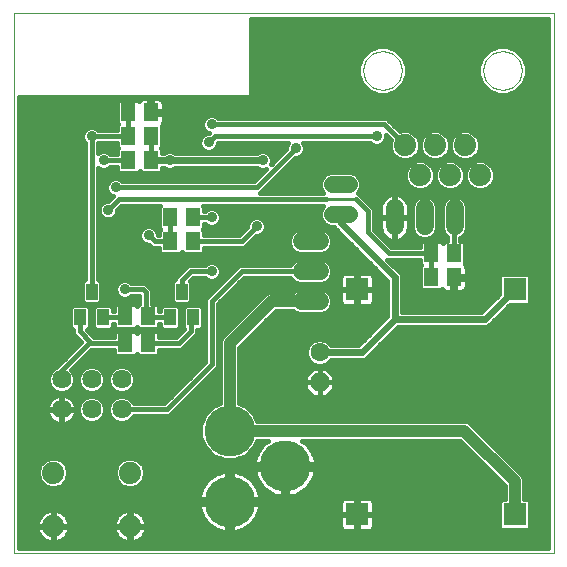
<source format=gbl>
G75*
G70*
%OFA0B0*%
%FSLAX24Y24*%
%IPPOS*%
%LPD*%
%AMOC8*
5,1,8,0,0,1.08239X$1,22.5*
%
%ADD10C,0.0000*%
%ADD11C,0.0740*%
%ADD12R,0.0760X0.0760*%
%ADD13OC8,0.0630*%
%ADD14C,0.0630*%
%ADD15C,0.1700*%
%ADD16R,0.0394X0.0551*%
%ADD17R,0.0512X0.0591*%
%ADD18C,0.0560*%
%ADD19C,0.0600*%
%ADD20C,0.0640*%
%ADD21C,0.0160*%
%ADD22C,0.1660*%
%ADD23C,0.0356*%
%ADD24C,0.0240*%
%ADD25C,0.0100*%
%ADD26C,0.0400*%
D10*
X000280Y001800D02*
X000280Y019800D01*
X018280Y019800D01*
X018280Y001800D01*
X000280Y001800D01*
X011940Y017900D02*
X011942Y017950D01*
X011948Y018000D01*
X011958Y018049D01*
X011971Y018098D01*
X011989Y018145D01*
X012010Y018191D01*
X012034Y018234D01*
X012062Y018276D01*
X012093Y018316D01*
X012127Y018353D01*
X012164Y018387D01*
X012204Y018418D01*
X012246Y018446D01*
X012289Y018470D01*
X012335Y018491D01*
X012382Y018509D01*
X012431Y018522D01*
X012480Y018532D01*
X012530Y018538D01*
X012580Y018540D01*
X012630Y018538D01*
X012680Y018532D01*
X012729Y018522D01*
X012778Y018509D01*
X012825Y018491D01*
X012871Y018470D01*
X012914Y018446D01*
X012956Y018418D01*
X012996Y018387D01*
X013033Y018353D01*
X013067Y018316D01*
X013098Y018276D01*
X013126Y018234D01*
X013150Y018191D01*
X013171Y018145D01*
X013189Y018098D01*
X013202Y018049D01*
X013212Y018000D01*
X013218Y017950D01*
X013220Y017900D01*
X013218Y017850D01*
X013212Y017800D01*
X013202Y017751D01*
X013189Y017702D01*
X013171Y017655D01*
X013150Y017609D01*
X013126Y017566D01*
X013098Y017524D01*
X013067Y017484D01*
X013033Y017447D01*
X012996Y017413D01*
X012956Y017382D01*
X012914Y017354D01*
X012871Y017330D01*
X012825Y017309D01*
X012778Y017291D01*
X012729Y017278D01*
X012680Y017268D01*
X012630Y017262D01*
X012580Y017260D01*
X012530Y017262D01*
X012480Y017268D01*
X012431Y017278D01*
X012382Y017291D01*
X012335Y017309D01*
X012289Y017330D01*
X012246Y017354D01*
X012204Y017382D01*
X012164Y017413D01*
X012127Y017447D01*
X012093Y017484D01*
X012062Y017524D01*
X012034Y017566D01*
X012010Y017609D01*
X011989Y017655D01*
X011971Y017702D01*
X011958Y017751D01*
X011948Y017800D01*
X011942Y017850D01*
X011940Y017900D01*
X015940Y017900D02*
X015942Y017950D01*
X015948Y018000D01*
X015958Y018049D01*
X015971Y018098D01*
X015989Y018145D01*
X016010Y018191D01*
X016034Y018234D01*
X016062Y018276D01*
X016093Y018316D01*
X016127Y018353D01*
X016164Y018387D01*
X016204Y018418D01*
X016246Y018446D01*
X016289Y018470D01*
X016335Y018491D01*
X016382Y018509D01*
X016431Y018522D01*
X016480Y018532D01*
X016530Y018538D01*
X016580Y018540D01*
X016630Y018538D01*
X016680Y018532D01*
X016729Y018522D01*
X016778Y018509D01*
X016825Y018491D01*
X016871Y018470D01*
X016914Y018446D01*
X016956Y018418D01*
X016996Y018387D01*
X017033Y018353D01*
X017067Y018316D01*
X017098Y018276D01*
X017126Y018234D01*
X017150Y018191D01*
X017171Y018145D01*
X017189Y018098D01*
X017202Y018049D01*
X017212Y018000D01*
X017218Y017950D01*
X017220Y017900D01*
X017218Y017850D01*
X017212Y017800D01*
X017202Y017751D01*
X017189Y017702D01*
X017171Y017655D01*
X017150Y017609D01*
X017126Y017566D01*
X017098Y017524D01*
X017067Y017484D01*
X017033Y017447D01*
X016996Y017413D01*
X016956Y017382D01*
X016914Y017354D01*
X016871Y017330D01*
X016825Y017309D01*
X016778Y017291D01*
X016729Y017278D01*
X016680Y017268D01*
X016630Y017262D01*
X016580Y017260D01*
X016530Y017262D01*
X016480Y017268D01*
X016431Y017278D01*
X016382Y017291D01*
X016335Y017309D01*
X016289Y017330D01*
X016246Y017354D01*
X016204Y017382D01*
X016164Y017413D01*
X016127Y017447D01*
X016093Y017484D01*
X016062Y017524D01*
X016034Y017566D01*
X016010Y017609D01*
X015989Y017655D01*
X015971Y017702D01*
X015958Y017751D01*
X015948Y017800D01*
X015942Y017850D01*
X015940Y017900D01*
D11*
X015330Y015400D03*
X014330Y015400D03*
X013830Y014400D03*
X014830Y014400D03*
X015830Y014400D03*
X013330Y015400D03*
X004160Y004490D03*
X004160Y002710D03*
X001600Y002710D03*
X001600Y004490D03*
D12*
X011730Y003100D03*
X016980Y003100D03*
X016980Y010600D03*
X011730Y010600D03*
D13*
X010480Y007500D03*
D14*
X010480Y008500D03*
D15*
X007480Y005894D03*
X009330Y004713D03*
X007480Y003531D03*
D16*
X006254Y009667D03*
X005506Y009667D03*
X005880Y010533D03*
X003254Y009667D03*
X002506Y009667D03*
X002880Y010533D03*
D17*
X004006Y009700D03*
X004754Y009700D03*
X004754Y008800D03*
X004006Y008800D03*
X005506Y012200D03*
X006254Y012200D03*
X006254Y013000D03*
X005506Y013000D03*
X004854Y014900D03*
X004854Y015700D03*
X004106Y015700D03*
X004106Y014900D03*
X004106Y016500D03*
X004854Y016500D03*
X014206Y011800D03*
X014954Y011800D03*
X014954Y011000D03*
X014206Y011000D03*
D18*
X011460Y013100D02*
X010900Y013100D01*
X010900Y014100D02*
X011460Y014100D01*
D19*
X012980Y013300D02*
X012980Y012700D01*
X013980Y012700D02*
X013980Y013300D01*
X014980Y013300D02*
X014980Y012700D01*
X010480Y012200D02*
X009880Y012200D01*
X009880Y011200D02*
X010480Y011200D01*
X010480Y010200D02*
X009880Y010200D01*
D20*
X003880Y007600D03*
X003880Y006600D03*
X002880Y006600D03*
X002880Y007600D03*
X001880Y007600D03*
X001880Y006600D03*
D21*
X001889Y006609D02*
X001871Y006609D01*
X001871Y007100D01*
X001841Y007100D01*
X001763Y007088D01*
X001688Y007063D01*
X001618Y007028D01*
X001554Y006981D01*
X001499Y006926D01*
X001452Y006862D01*
X001417Y006792D01*
X001392Y006717D01*
X001380Y006639D01*
X001380Y006609D01*
X001871Y006609D01*
X001871Y006591D01*
X001380Y006591D01*
X001380Y006561D01*
X001392Y006483D01*
X001417Y006408D01*
X001452Y006338D01*
X001499Y006274D01*
X001554Y006219D01*
X001618Y006172D01*
X001688Y006137D01*
X001763Y006112D01*
X001841Y006100D01*
X001871Y006100D01*
X001871Y006591D01*
X001889Y006591D01*
X001889Y006609D01*
X001889Y007100D01*
X001919Y007100D01*
X001997Y007088D01*
X002072Y007063D01*
X002142Y007028D01*
X002206Y006981D01*
X002261Y006926D01*
X002308Y006862D01*
X002343Y006792D01*
X002368Y006717D01*
X002380Y006639D01*
X002380Y006609D01*
X001889Y006609D01*
X001889Y006591D02*
X002380Y006591D01*
X002380Y006561D01*
X002368Y006483D01*
X002343Y006408D01*
X002308Y006338D01*
X002261Y006274D01*
X002206Y006219D01*
X002142Y006172D01*
X002072Y006137D01*
X001997Y006112D01*
X001919Y006100D01*
X001889Y006100D01*
X001889Y006591D01*
X001889Y006555D02*
X001871Y006555D01*
X001871Y006397D02*
X001889Y006397D01*
X001889Y006238D02*
X001871Y006238D01*
X002225Y006238D02*
X002606Y006238D01*
X002625Y006219D02*
X002790Y006150D01*
X002970Y006150D01*
X003135Y006219D01*
X003261Y006345D01*
X003330Y006510D01*
X003330Y006690D01*
X003261Y006855D01*
X003135Y006981D01*
X002970Y007050D01*
X002790Y007050D01*
X002625Y006981D01*
X002499Y006855D01*
X002430Y006690D01*
X002430Y006510D01*
X002499Y006345D01*
X002625Y006219D01*
X002477Y006397D02*
X002337Y006397D01*
X002379Y006555D02*
X002430Y006555D01*
X002440Y006714D02*
X002368Y006714D01*
X002300Y006872D02*
X002516Y006872D01*
X002743Y007031D02*
X002136Y007031D01*
X002064Y007189D02*
X002696Y007189D01*
X002625Y007219D02*
X002790Y007150D01*
X002970Y007150D01*
X003135Y007219D01*
X003261Y007345D01*
X003330Y007510D01*
X003330Y007690D01*
X003261Y007855D01*
X003135Y007981D01*
X002970Y008050D01*
X002790Y008050D01*
X002625Y007981D01*
X002499Y007855D01*
X002430Y007690D01*
X002430Y007510D01*
X002499Y007345D01*
X002625Y007219D01*
X002498Y007348D02*
X002262Y007348D01*
X002261Y007345D02*
X002330Y007510D01*
X002330Y007690D01*
X002261Y007855D01*
X002197Y007920D01*
X002867Y008590D01*
X003620Y008590D01*
X003620Y008451D01*
X003696Y008375D01*
X004316Y008375D01*
X004380Y008439D01*
X004444Y008375D01*
X005064Y008375D01*
X005140Y008451D01*
X005140Y008590D01*
X005867Y008590D01*
X006267Y008990D01*
X006390Y009113D01*
X006390Y009261D01*
X006505Y009261D01*
X006581Y009337D01*
X006581Y009996D01*
X006505Y010073D01*
X006003Y010073D01*
X005927Y009996D01*
X005927Y009337D01*
X005970Y009295D01*
X005970Y009287D01*
X005693Y009010D01*
X005140Y009010D01*
X005140Y009149D01*
X005064Y009225D01*
X004444Y009225D01*
X004380Y009161D01*
X004316Y009225D01*
X003696Y009225D01*
X003620Y009149D01*
X003620Y009010D01*
X002967Y009010D01*
X002917Y009060D01*
X002716Y009261D01*
X002757Y009261D01*
X002833Y009337D01*
X002833Y009996D01*
X002757Y010073D01*
X002255Y010073D01*
X002179Y009996D01*
X002179Y009337D01*
X002255Y009261D01*
X002270Y009261D01*
X002270Y009113D01*
X002393Y008990D01*
X002533Y008850D01*
X001692Y008009D01*
X001625Y007981D01*
X001499Y007855D01*
X001430Y007690D01*
X001430Y007510D01*
X001499Y007345D01*
X001625Y007219D01*
X001790Y007150D01*
X001970Y007150D01*
X002135Y007219D01*
X002261Y007345D01*
X002328Y007506D02*
X002432Y007506D01*
X002430Y007665D02*
X002330Y007665D01*
X002275Y007823D02*
X002485Y007823D01*
X002625Y007982D02*
X002258Y007982D01*
X002417Y008140D02*
X006623Y008140D01*
X006670Y008187D02*
X005293Y006810D01*
X004280Y006810D01*
X004261Y006855D01*
X004135Y006981D01*
X003970Y007050D01*
X003790Y007050D01*
X003625Y006981D01*
X003499Y006855D01*
X003430Y006690D01*
X003430Y006510D01*
X003499Y006345D01*
X003625Y006219D01*
X003790Y006150D01*
X003970Y006150D01*
X004135Y006219D01*
X004261Y006345D01*
X004280Y006390D01*
X005467Y006390D01*
X006967Y007890D01*
X007090Y008013D01*
X007090Y010113D01*
X007967Y010990D01*
X009502Y010990D01*
X009515Y010956D01*
X009636Y010835D01*
X009794Y010770D01*
X010566Y010770D01*
X010724Y010835D01*
X010845Y010956D01*
X010910Y011114D01*
X010910Y011286D01*
X010845Y011444D01*
X010724Y011565D01*
X010566Y011630D01*
X009794Y011630D01*
X009636Y011565D01*
X009515Y011444D01*
X009502Y011410D01*
X007793Y011410D01*
X007670Y011287D01*
X006670Y010287D01*
X006670Y008187D01*
X006670Y008299D02*
X002575Y008299D01*
X002734Y008457D02*
X003620Y008457D01*
X003790Y008050D02*
X003625Y007981D01*
X003499Y007855D01*
X003430Y007690D01*
X003430Y007510D01*
X003499Y007345D01*
X003625Y007219D01*
X003790Y007150D01*
X003970Y007150D01*
X004135Y007219D01*
X004261Y007345D01*
X004330Y007510D01*
X004330Y007690D01*
X004261Y007855D01*
X004135Y007981D01*
X003970Y008050D01*
X003790Y008050D01*
X003625Y007982D02*
X003135Y007982D01*
X003275Y007823D02*
X003485Y007823D01*
X003430Y007665D02*
X003330Y007665D01*
X003328Y007506D02*
X003432Y007506D01*
X003498Y007348D02*
X003262Y007348D01*
X003064Y007189D02*
X003696Y007189D01*
X003743Y007031D02*
X003017Y007031D01*
X003244Y006872D02*
X003516Y006872D01*
X003440Y006714D02*
X003320Y006714D01*
X003330Y006555D02*
X003430Y006555D01*
X003477Y006397D02*
X003283Y006397D01*
X003154Y006238D02*
X003606Y006238D01*
X003880Y006600D02*
X005380Y006600D01*
X006880Y008100D01*
X006880Y010200D01*
X007880Y011200D01*
X010180Y011200D01*
X009787Y011627D02*
X003090Y011627D01*
X003090Y011469D02*
X006723Y011469D01*
X006705Y011461D02*
X006654Y011410D01*
X006093Y011410D01*
X005970Y011287D01*
X005670Y010987D01*
X005670Y010939D01*
X005629Y010939D01*
X005553Y010863D01*
X005553Y010204D01*
X005629Y010127D01*
X006131Y010127D01*
X006207Y010204D01*
X006207Y010863D01*
X006173Y010896D01*
X006267Y010990D01*
X006654Y010990D01*
X006705Y010939D01*
X006819Y010892D01*
X006941Y010892D01*
X007055Y010939D01*
X007141Y011025D01*
X007188Y011139D01*
X007188Y011261D01*
X007141Y011375D01*
X007055Y011461D01*
X006941Y011508D01*
X006819Y011508D01*
X006705Y011461D01*
X006880Y011200D02*
X006180Y011200D01*
X005880Y010900D01*
X005880Y010533D01*
X006207Y010518D02*
X006901Y010518D01*
X007059Y010676D02*
X006207Y010676D01*
X006207Y010835D02*
X007218Y010835D01*
X007109Y010993D02*
X007376Y010993D01*
X007535Y011152D02*
X007188Y011152D01*
X007168Y011310D02*
X007693Y011310D01*
X007811Y010835D02*
X009639Y010835D01*
X009794Y010630D02*
X009636Y010565D01*
X009602Y010530D01*
X008814Y010530D01*
X008693Y010480D01*
X008600Y010387D01*
X007200Y008987D01*
X007150Y008866D01*
X007150Y006818D01*
X006925Y006725D01*
X006649Y006449D01*
X006500Y006089D01*
X006500Y005699D01*
X006649Y005339D01*
X006925Y005063D01*
X007285Y004914D01*
X007675Y004914D01*
X008035Y005063D01*
X008311Y005339D01*
X008404Y005564D01*
X008749Y005564D01*
X008733Y005554D01*
X008643Y005482D01*
X008561Y005400D01*
X008489Y005310D01*
X008427Y005212D01*
X008377Y005107D01*
X008339Y004998D01*
X008313Y004885D01*
X008303Y004793D01*
X009250Y004793D01*
X009250Y004633D01*
X008303Y004633D01*
X008313Y004540D01*
X008339Y004427D01*
X008377Y004318D01*
X008427Y004214D01*
X008489Y004116D01*
X008561Y004025D01*
X008643Y003943D01*
X008733Y003871D01*
X008831Y003810D01*
X008936Y003760D01*
X009045Y003721D01*
X009158Y003696D01*
X009250Y003685D01*
X009250Y004633D01*
X009410Y004633D01*
X009410Y004793D01*
X010358Y004793D01*
X010347Y004885D01*
X010322Y004998D01*
X010283Y005107D01*
X010233Y005212D01*
X010172Y005310D01*
X010100Y005400D01*
X010018Y005482D01*
X009927Y005554D01*
X009912Y005564D01*
X015150Y005564D01*
X016650Y004063D01*
X016650Y003610D01*
X016546Y003610D01*
X016470Y003534D01*
X016470Y002666D01*
X016546Y002590D01*
X017414Y002590D01*
X017490Y002666D01*
X017490Y003534D01*
X017414Y003610D01*
X017310Y003610D01*
X017310Y004266D01*
X017260Y004387D01*
X017167Y004480D01*
X015473Y006173D01*
X015352Y006224D01*
X008404Y006224D01*
X008311Y006449D01*
X008035Y006725D01*
X007810Y006818D01*
X007810Y008663D01*
X009017Y009870D01*
X009602Y009870D01*
X009636Y009835D01*
X009794Y009770D01*
X010566Y009770D01*
X010724Y009835D01*
X010845Y009956D01*
X010910Y010114D01*
X010910Y010286D01*
X010845Y010444D01*
X010724Y010565D01*
X010566Y010630D01*
X009794Y010630D01*
X009540Y011469D02*
X007037Y011469D01*
X006640Y011851D02*
X006640Y011990D01*
X007967Y011990D01*
X008369Y012392D01*
X008441Y012392D01*
X008555Y012439D01*
X008641Y012525D01*
X008688Y012639D01*
X008688Y012761D01*
X008641Y012875D01*
X008555Y012961D01*
X008441Y013008D01*
X008319Y013008D01*
X008205Y012961D01*
X008119Y012875D01*
X008072Y012761D01*
X008072Y012689D01*
X007793Y012410D01*
X006640Y012410D01*
X006640Y012549D01*
X006589Y012600D01*
X006640Y012651D01*
X006640Y012790D01*
X006654Y012790D01*
X006705Y012739D01*
X006819Y012692D01*
X006941Y012692D01*
X007055Y012739D01*
X007141Y012825D01*
X007188Y012939D01*
X007188Y013061D01*
X007141Y013175D01*
X007055Y013261D01*
X006941Y013308D01*
X006819Y013308D01*
X006705Y013261D01*
X006654Y013210D01*
X006640Y013210D01*
X006640Y013349D01*
X006599Y013390D01*
X010610Y013390D01*
X010552Y013332D01*
X010490Y013182D01*
X010490Y013018D01*
X010552Y012868D01*
X010668Y012752D01*
X010818Y012690D01*
X010955Y012690D01*
X010968Y012658D01*
X012730Y010896D01*
X012730Y009704D01*
X011776Y008750D01*
X010858Y008750D01*
X010857Y008752D01*
X010732Y008877D01*
X010569Y008945D01*
X010391Y008945D01*
X010228Y008877D01*
X010103Y008752D01*
X010035Y008589D01*
X010035Y008411D01*
X010103Y008248D01*
X010228Y008123D01*
X010391Y008055D01*
X010569Y008055D01*
X010732Y008123D01*
X010857Y008248D01*
X010858Y008250D01*
X011930Y008250D01*
X012022Y008288D01*
X012092Y008358D01*
X013084Y009350D01*
X016030Y009350D01*
X016122Y009388D01*
X016192Y009458D01*
X016824Y010090D01*
X017414Y010090D01*
X017490Y010166D01*
X017490Y011034D01*
X017414Y011110D01*
X016546Y011110D01*
X016470Y011034D01*
X016470Y010444D01*
X015876Y009850D01*
X013230Y009850D01*
X013230Y011050D01*
X013192Y011142D01*
X012744Y011590D01*
X013820Y011590D01*
X013820Y011451D01*
X013871Y011400D01*
X013820Y011349D01*
X013820Y010651D01*
X013896Y010575D01*
X014516Y010575D01*
X014547Y010606D01*
X014554Y010594D01*
X014588Y010561D01*
X014629Y010537D01*
X014674Y010525D01*
X014906Y010525D01*
X014906Y010952D01*
X015002Y010952D01*
X015002Y010525D01*
X015234Y010525D01*
X015279Y010537D01*
X015320Y010561D01*
X015354Y010594D01*
X015378Y010635D01*
X015390Y010681D01*
X015390Y010952D01*
X015002Y010952D01*
X015002Y011048D01*
X015390Y011048D01*
X015390Y011319D01*
X015378Y011365D01*
X015354Y011406D01*
X015324Y011435D01*
X015340Y011451D01*
X015340Y012149D01*
X015264Y012225D01*
X015164Y012225D01*
X015164Y012311D01*
X015224Y012335D01*
X015345Y012456D01*
X015410Y012614D01*
X015410Y013386D01*
X015345Y013544D01*
X015224Y013665D01*
X015066Y013730D01*
X014894Y013730D01*
X014736Y013665D01*
X014615Y013544D01*
X014550Y013386D01*
X014550Y012614D01*
X014615Y012456D01*
X014736Y012335D01*
X014744Y012332D01*
X014744Y012225D01*
X014644Y012225D01*
X014580Y012161D01*
X014516Y012225D01*
X013896Y012225D01*
X013820Y012149D01*
X013820Y012010D01*
X012867Y012010D01*
X012290Y012587D01*
X012290Y013287D01*
X012167Y013410D01*
X011767Y013810D01*
X011750Y013810D01*
X011808Y013868D01*
X011870Y014018D01*
X011870Y014182D01*
X011808Y014332D01*
X011692Y014448D01*
X011542Y014510D01*
X010818Y014510D01*
X010668Y014448D01*
X010552Y014332D01*
X010490Y014182D01*
X010490Y014018D01*
X010552Y013868D01*
X010610Y013810D01*
X008487Y013810D01*
X008590Y013913D01*
X009669Y014992D01*
X009741Y014992D01*
X009855Y015039D01*
X009941Y015125D01*
X009988Y015239D01*
X009988Y015361D01*
X009941Y015475D01*
X009926Y015490D01*
X012154Y015490D01*
X012205Y015439D01*
X012319Y015392D01*
X012441Y015392D01*
X012555Y015439D01*
X012641Y015525D01*
X012688Y015639D01*
X012688Y015745D01*
X012860Y015573D01*
X012830Y015499D01*
X012830Y015301D01*
X012906Y015117D01*
X013047Y014976D01*
X013231Y014900D01*
X013429Y014900D01*
X013613Y014976D01*
X013754Y015117D01*
X013830Y015301D01*
X013906Y015117D01*
X014047Y014976D01*
X014231Y014900D01*
X014429Y014900D01*
X014613Y014976D01*
X014754Y015117D01*
X014830Y015301D01*
X014906Y015117D01*
X015047Y014976D01*
X015231Y014900D01*
X015429Y014900D01*
X015613Y014976D01*
X015754Y015117D01*
X015830Y015301D01*
X015830Y015499D01*
X015754Y015683D01*
X015613Y015824D01*
X015429Y015900D01*
X015231Y015900D01*
X015047Y015824D01*
X014906Y015683D01*
X014830Y015499D01*
X014830Y015301D01*
X014830Y015499D01*
X014754Y015683D01*
X014613Y015824D01*
X014429Y015900D01*
X014231Y015900D01*
X014047Y015824D01*
X013906Y015683D01*
X013830Y015499D01*
X013830Y015301D01*
X013830Y015499D01*
X013754Y015683D01*
X013613Y015824D01*
X013429Y015900D01*
X013231Y015900D01*
X013157Y015870D01*
X012717Y016310D01*
X007106Y016310D01*
X007055Y016361D01*
X006941Y016408D01*
X006819Y016408D01*
X006705Y016361D01*
X006619Y016275D01*
X006572Y016161D01*
X006572Y016039D01*
X006619Y015925D01*
X006705Y015839D01*
X006780Y015808D01*
X006719Y015808D01*
X006605Y015761D01*
X006519Y015675D01*
X006472Y015561D01*
X006472Y015439D01*
X006519Y015325D01*
X006605Y015239D01*
X006719Y015192D01*
X006841Y015192D01*
X006955Y015239D01*
X007041Y015325D01*
X007088Y015439D01*
X007088Y015490D01*
X009434Y015490D01*
X009419Y015475D01*
X009372Y015361D01*
X009372Y015289D01*
X008864Y014781D01*
X008888Y014839D01*
X008888Y014961D01*
X008841Y015075D01*
X008755Y015161D01*
X008641Y015208D01*
X008519Y015208D01*
X008405Y015161D01*
X008394Y015150D01*
X005666Y015150D01*
X005655Y015161D01*
X005541Y015208D01*
X005419Y015208D01*
X005305Y015161D01*
X005294Y015150D01*
X005240Y015150D01*
X005240Y015249D01*
X005189Y015300D01*
X005240Y015351D01*
X005240Y016049D01*
X005224Y016065D01*
X005254Y016094D01*
X005278Y016135D01*
X005290Y016181D01*
X005290Y016452D01*
X004902Y016452D01*
X004902Y016548D01*
X004806Y016548D01*
X004806Y016975D01*
X004574Y016975D01*
X004529Y016963D01*
X004488Y016939D01*
X004454Y016906D01*
X004447Y016894D01*
X004416Y016925D01*
X003796Y016925D01*
X003720Y016849D01*
X003720Y016151D01*
X003771Y016100D01*
X003720Y016049D01*
X003720Y015910D01*
X003106Y015910D01*
X003055Y015961D01*
X002941Y016008D01*
X002819Y016008D01*
X002705Y015961D01*
X002619Y015875D01*
X002572Y015761D01*
X002572Y015639D01*
X002619Y015525D01*
X002670Y015474D01*
X002670Y010939D01*
X002629Y010939D01*
X002553Y010863D01*
X002553Y010204D01*
X002629Y010127D01*
X003131Y010127D01*
X003207Y010204D01*
X003207Y010863D01*
X003131Y010939D01*
X003090Y010939D01*
X003090Y014654D01*
X003105Y014639D01*
X003219Y014592D01*
X003341Y014592D01*
X003455Y014639D01*
X003506Y014690D01*
X003720Y014690D01*
X003720Y014551D01*
X003796Y014475D01*
X004416Y014475D01*
X004480Y014539D01*
X004544Y014475D01*
X005164Y014475D01*
X005240Y014551D01*
X005240Y014650D01*
X005294Y014650D01*
X005305Y014639D01*
X005419Y014592D01*
X005541Y014592D01*
X005655Y014639D01*
X005666Y014650D01*
X008394Y014650D01*
X008405Y014639D01*
X008519Y014592D01*
X008641Y014592D01*
X008699Y014616D01*
X008293Y014210D01*
X003906Y014210D01*
X003855Y014261D01*
X003741Y014308D01*
X003619Y014308D01*
X003505Y014261D01*
X003419Y014175D01*
X003372Y014061D01*
X003372Y013939D01*
X003419Y013825D01*
X003505Y013739D01*
X003588Y013705D01*
X003570Y013687D01*
X003441Y013558D01*
X003368Y013558D01*
X003255Y013511D01*
X003168Y013424D01*
X003121Y013311D01*
X003121Y013188D01*
X003168Y013075D01*
X003255Y012988D01*
X003368Y012941D01*
X003491Y012941D01*
X003604Y012988D01*
X003691Y013075D01*
X003738Y013188D01*
X003738Y013261D01*
X003867Y013390D01*
X005161Y013390D01*
X005120Y013349D01*
X005120Y012651D01*
X005171Y012600D01*
X005120Y012549D01*
X005120Y012410D01*
X005088Y012410D01*
X005088Y012461D01*
X005041Y012575D01*
X004955Y012661D01*
X004841Y012708D01*
X004719Y012708D01*
X004605Y012661D01*
X004519Y012575D01*
X004472Y012461D01*
X004472Y012339D01*
X004519Y012225D01*
X004605Y012139D01*
X004719Y012092D01*
X004791Y012092D01*
X004893Y011990D01*
X005120Y011990D01*
X005120Y011851D01*
X005196Y011775D01*
X005816Y011775D01*
X005880Y011839D01*
X005944Y011775D01*
X006564Y011775D01*
X006640Y011851D01*
X006575Y011786D02*
X009757Y011786D01*
X009794Y011770D02*
X010566Y011770D01*
X010724Y011835D01*
X010845Y011956D01*
X010910Y012114D01*
X010910Y012286D01*
X010845Y012444D01*
X010724Y012565D01*
X010566Y012630D01*
X009794Y012630D01*
X009636Y012565D01*
X009515Y012444D01*
X009450Y012286D01*
X009450Y012114D01*
X009515Y011956D01*
X009636Y011835D01*
X009794Y011770D01*
X009528Y011944D02*
X006640Y011944D01*
X006254Y012200D02*
X007880Y012200D01*
X008380Y012700D01*
X008663Y012578D02*
X009669Y012578D01*
X009505Y012420D02*
X008508Y012420D01*
X008238Y012261D02*
X009450Y012261D01*
X009455Y012103D02*
X008080Y012103D01*
X007803Y012420D02*
X006640Y012420D01*
X006611Y012578D02*
X007961Y012578D01*
X008072Y012737D02*
X007049Y012737D01*
X007170Y012895D02*
X008139Y012895D01*
X008621Y012895D02*
X010541Y012895D01*
X010490Y013054D02*
X007188Y013054D01*
X007104Y013212D02*
X010503Y013212D01*
X010591Y013371D02*
X006619Y013371D01*
X006640Y013212D02*
X006656Y013212D01*
X006880Y013000D02*
X006254Y013000D01*
X006640Y012737D02*
X006711Y012737D01*
X005933Y011786D02*
X005827Y011786D01*
X005993Y011310D02*
X003090Y011310D01*
X003090Y011152D02*
X005835Y011152D01*
X005676Y010993D02*
X003090Y010993D01*
X003207Y010835D02*
X003779Y010835D01*
X003805Y010861D02*
X003719Y010775D01*
X003672Y010661D01*
X003672Y010539D01*
X003719Y010425D01*
X003805Y010339D01*
X003919Y010292D01*
X004041Y010292D01*
X004155Y010339D01*
X004206Y010390D01*
X004470Y010390D01*
X004470Y010125D01*
X004444Y010125D01*
X004380Y010061D01*
X004316Y010125D01*
X003696Y010125D01*
X003620Y010049D01*
X003620Y009877D01*
X003581Y009877D01*
X003581Y009996D01*
X003505Y010073D01*
X003003Y010073D01*
X002927Y009996D01*
X002927Y009337D01*
X003003Y009261D01*
X003505Y009261D01*
X003581Y009337D01*
X003581Y009457D01*
X003620Y009457D01*
X003620Y009351D01*
X003696Y009275D01*
X004316Y009275D01*
X004380Y009339D01*
X004444Y009275D01*
X005064Y009275D01*
X005140Y009351D01*
X005140Y009457D01*
X005179Y009457D01*
X005179Y009337D01*
X005255Y009261D01*
X005757Y009261D01*
X005833Y009337D01*
X005833Y009996D01*
X005757Y010073D01*
X005255Y010073D01*
X005179Y009996D01*
X005179Y009877D01*
X005140Y009877D01*
X005140Y010049D01*
X005064Y010125D01*
X004890Y010125D01*
X004890Y010587D01*
X004767Y010710D01*
X004667Y010810D01*
X004206Y010810D01*
X004155Y010861D01*
X004041Y010908D01*
X003919Y010908D01*
X003805Y010861D01*
X003678Y010676D02*
X003207Y010676D01*
X003207Y010518D02*
X003681Y010518D01*
X003785Y010359D02*
X003207Y010359D01*
X003204Y010201D02*
X004470Y010201D01*
X004470Y010359D02*
X004175Y010359D01*
X003980Y010600D02*
X004580Y010600D01*
X004680Y010500D01*
X004680Y009774D01*
X004754Y009700D01*
X004754Y009667D01*
X005506Y009667D01*
X005833Y009725D02*
X005927Y009725D01*
X005927Y009567D02*
X005833Y009567D01*
X005833Y009408D02*
X005927Y009408D01*
X005933Y009250D02*
X002727Y009250D01*
X002833Y009408D02*
X002927Y009408D01*
X002927Y009567D02*
X002833Y009567D01*
X002833Y009725D02*
X002927Y009725D01*
X002927Y009884D02*
X002833Y009884D01*
X002787Y010042D02*
X002973Y010042D01*
X003254Y009667D02*
X004006Y009667D01*
X004006Y009700D01*
X003620Y009884D02*
X003581Y009884D01*
X003620Y010042D02*
X003535Y010042D01*
X003581Y009408D02*
X003620Y009408D01*
X003620Y009091D02*
X002886Y009091D01*
X002830Y008850D02*
X001880Y007900D01*
X001880Y007600D01*
X001696Y007189D02*
X000460Y007189D01*
X000460Y007031D02*
X001624Y007031D01*
X001460Y006872D02*
X000460Y006872D01*
X000460Y006714D02*
X001392Y006714D01*
X001381Y006555D02*
X000460Y006555D01*
X000460Y006397D02*
X001423Y006397D01*
X001535Y006238D02*
X000460Y006238D01*
X000460Y006080D02*
X006500Y006080D01*
X006500Y005921D02*
X000460Y005921D01*
X000460Y005763D02*
X006500Y005763D01*
X006539Y005604D02*
X000460Y005604D01*
X000460Y005446D02*
X006605Y005446D01*
X006701Y005287D02*
X000460Y005287D01*
X000460Y005129D02*
X006859Y005129D01*
X007149Y004970D02*
X004308Y004970D01*
X004259Y004990D02*
X004443Y004914D01*
X004584Y004773D01*
X004660Y004589D01*
X004660Y004391D01*
X004584Y004207D01*
X004443Y004066D01*
X004259Y003990D01*
X004061Y003990D01*
X003877Y004066D01*
X003736Y004207D01*
X003660Y004391D01*
X003660Y004589D01*
X003736Y004773D01*
X003877Y004914D01*
X004061Y004990D01*
X004259Y004990D01*
X004012Y004970D02*
X001748Y004970D01*
X001699Y004990D02*
X001501Y004990D01*
X001317Y004914D01*
X001176Y004773D01*
X001100Y004589D01*
X001100Y004391D01*
X001176Y004207D01*
X001317Y004066D01*
X001501Y003990D01*
X001699Y003990D01*
X001883Y004066D01*
X002024Y004207D01*
X002100Y004391D01*
X002100Y004589D01*
X002024Y004773D01*
X001883Y004914D01*
X001699Y004990D01*
X001986Y004812D02*
X003774Y004812D01*
X003686Y004653D02*
X002074Y004653D01*
X002100Y004495D02*
X003660Y004495D01*
X003683Y004336D02*
X002077Y004336D01*
X001995Y004178D02*
X003765Y004178D01*
X003991Y004019D02*
X001769Y004019D01*
X001431Y004019D02*
X000460Y004019D01*
X000460Y003861D02*
X006504Y003861D01*
X006489Y003817D02*
X006527Y003926D01*
X006577Y004031D01*
X006639Y004128D01*
X006711Y004219D01*
X006793Y004301D01*
X006883Y004373D01*
X006981Y004434D01*
X007085Y004485D01*
X007194Y004523D01*
X007307Y004549D01*
X007400Y004559D01*
X007400Y003612D01*
X007560Y003612D01*
X007560Y004559D01*
X007653Y004549D01*
X007766Y004523D01*
X007875Y004485D01*
X007979Y004434D01*
X008077Y004373D01*
X008167Y004301D01*
X008249Y004219D01*
X008321Y004128D01*
X008383Y004031D01*
X008433Y003926D01*
X008471Y003817D01*
X008497Y003704D01*
X008508Y003611D01*
X007560Y003611D01*
X007560Y003451D01*
X007560Y002504D01*
X007653Y002514D01*
X007766Y002540D01*
X007875Y002578D01*
X007979Y002629D01*
X008077Y002690D01*
X008167Y002762D01*
X008249Y002844D01*
X008321Y002935D01*
X008383Y003032D01*
X008433Y003137D01*
X008471Y003246D01*
X008497Y003359D01*
X008508Y003451D01*
X007560Y003451D01*
X007400Y003451D01*
X007400Y002504D01*
X007307Y002514D01*
X007194Y002540D01*
X007085Y002578D01*
X006981Y002629D01*
X006883Y002690D01*
X006793Y002762D01*
X006711Y002844D01*
X006639Y002935D01*
X006577Y003032D01*
X006527Y003137D01*
X006489Y003246D01*
X006463Y003359D01*
X006452Y003451D01*
X007400Y003451D01*
X007400Y003611D01*
X006452Y003611D01*
X006463Y003704D01*
X006489Y003817D01*
X006463Y003702D02*
X000460Y003702D01*
X000460Y003544D02*
X007400Y003544D01*
X007400Y003702D02*
X007560Y003702D01*
X007560Y003544D02*
X011181Y003544D01*
X011182Y003549D02*
X011170Y003504D01*
X011170Y003118D01*
X011712Y003118D01*
X011712Y003660D01*
X011326Y003660D01*
X011281Y003648D01*
X011239Y003624D01*
X011206Y003591D01*
X011182Y003549D01*
X011170Y003385D02*
X008500Y003385D01*
X008465Y003227D02*
X011170Y003227D01*
X011170Y003082D02*
X011170Y002696D01*
X011182Y002651D01*
X011206Y002609D01*
X011239Y002576D01*
X011281Y002552D01*
X011326Y002540D01*
X011712Y002540D01*
X011712Y003082D01*
X011748Y003082D01*
X011748Y003118D01*
X011712Y003118D01*
X011712Y003082D01*
X011170Y003082D01*
X011170Y003068D02*
X008400Y003068D01*
X008301Y002910D02*
X011170Y002910D01*
X011170Y002751D02*
X008153Y002751D01*
X007904Y002593D02*
X011223Y002593D01*
X011712Y002593D02*
X011748Y002593D01*
X011748Y002540D02*
X012134Y002540D01*
X012179Y002552D01*
X012221Y002576D01*
X012254Y002609D01*
X012278Y002651D01*
X012290Y002696D01*
X012290Y003082D01*
X011748Y003082D01*
X011748Y002540D01*
X011748Y002751D02*
X011712Y002751D01*
X011712Y002910D02*
X011748Y002910D01*
X011748Y003068D02*
X011712Y003068D01*
X011748Y003118D02*
X012290Y003118D01*
X012290Y003504D01*
X012278Y003549D01*
X012254Y003591D01*
X012221Y003624D01*
X012179Y003648D01*
X012134Y003660D01*
X011748Y003660D01*
X011748Y003118D01*
X011748Y003227D02*
X011712Y003227D01*
X011712Y003385D02*
X011748Y003385D01*
X011748Y003544D02*
X011712Y003544D01*
X012279Y003544D02*
X016480Y003544D01*
X016470Y003385D02*
X012290Y003385D01*
X012290Y003227D02*
X016470Y003227D01*
X016470Y003068D02*
X012290Y003068D01*
X012290Y002910D02*
X016470Y002910D01*
X016470Y002751D02*
X012290Y002751D01*
X012237Y002593D02*
X016544Y002593D01*
X017416Y002593D02*
X018100Y002593D01*
X018100Y002751D02*
X017490Y002751D01*
X017490Y002910D02*
X018100Y002910D01*
X018100Y003068D02*
X017490Y003068D01*
X017490Y003227D02*
X018100Y003227D01*
X018100Y003385D02*
X017490Y003385D01*
X017480Y003544D02*
X018100Y003544D01*
X018100Y003702D02*
X017310Y003702D01*
X017310Y003861D02*
X018100Y003861D01*
X018100Y004019D02*
X017310Y004019D01*
X017310Y004178D02*
X018100Y004178D01*
X018100Y004336D02*
X017281Y004336D01*
X017152Y004495D02*
X018100Y004495D01*
X018100Y004653D02*
X016994Y004653D01*
X016835Y004812D02*
X018100Y004812D01*
X018100Y004970D02*
X016677Y004970D01*
X016518Y005129D02*
X018100Y005129D01*
X018100Y005287D02*
X016360Y005287D01*
X016201Y005446D02*
X018100Y005446D01*
X018100Y005604D02*
X016043Y005604D01*
X015884Y005763D02*
X018100Y005763D01*
X018100Y005921D02*
X015726Y005921D01*
X015567Y006080D02*
X018100Y006080D01*
X018100Y006238D02*
X008398Y006238D01*
X008332Y006397D02*
X018100Y006397D01*
X018100Y006555D02*
X008205Y006555D01*
X008046Y006714D02*
X018100Y006714D01*
X018100Y006872D02*
X007810Y006872D01*
X007810Y007031D02*
X010249Y007031D01*
X010275Y007005D02*
X009985Y007295D01*
X009985Y007500D01*
X010480Y007500D01*
X010480Y007500D01*
X010480Y007995D01*
X010685Y007995D01*
X010975Y007705D01*
X010975Y007500D01*
X010480Y007500D01*
X010480Y007500D01*
X010480Y007500D01*
X010480Y007995D01*
X010275Y007995D01*
X009985Y007705D01*
X009985Y007500D01*
X010480Y007500D01*
X010975Y007500D01*
X010975Y007295D01*
X010685Y007005D01*
X010480Y007005D01*
X010480Y007500D01*
X010480Y007500D01*
X010480Y007005D01*
X010275Y007005D01*
X010480Y007031D02*
X010480Y007031D01*
X010480Y007189D02*
X010480Y007189D01*
X010480Y007348D02*
X010480Y007348D01*
X010480Y007506D02*
X010480Y007506D01*
X010480Y007665D02*
X010480Y007665D01*
X010480Y007823D02*
X010480Y007823D01*
X010480Y007982D02*
X010480Y007982D01*
X010699Y007982D02*
X018100Y007982D01*
X018100Y008140D02*
X010749Y008140D01*
X010857Y007823D02*
X018100Y007823D01*
X018100Y007665D02*
X010975Y007665D01*
X010975Y007506D02*
X018100Y007506D01*
X018100Y007348D02*
X010975Y007348D01*
X010869Y007189D02*
X018100Y007189D01*
X018100Y007031D02*
X010711Y007031D01*
X010091Y007189D02*
X007810Y007189D01*
X007810Y007348D02*
X009985Y007348D01*
X009985Y007506D02*
X007810Y007506D01*
X007810Y007665D02*
X009985Y007665D01*
X010103Y007823D02*
X007810Y007823D01*
X007810Y007982D02*
X010261Y007982D01*
X010211Y008140D02*
X007810Y008140D01*
X007810Y008299D02*
X010082Y008299D01*
X010035Y008457D02*
X007810Y008457D01*
X007810Y008616D02*
X010046Y008616D01*
X010125Y008774D02*
X007921Y008774D01*
X008079Y008933D02*
X010361Y008933D01*
X010599Y008933D02*
X011959Y008933D01*
X012117Y009091D02*
X008238Y009091D01*
X008396Y009250D02*
X012276Y009250D01*
X012434Y009408D02*
X008555Y009408D01*
X008713Y009567D02*
X012593Y009567D01*
X012730Y009725D02*
X008872Y009725D01*
X008414Y010201D02*
X007177Y010201D01*
X007090Y010042D02*
X008255Y010042D01*
X008097Y009884D02*
X007090Y009884D01*
X007090Y009725D02*
X007938Y009725D01*
X007780Y009567D02*
X007090Y009567D01*
X007090Y009408D02*
X007621Y009408D01*
X007463Y009250D02*
X007090Y009250D01*
X007090Y009091D02*
X007304Y009091D01*
X007178Y008933D02*
X007090Y008933D01*
X007090Y008774D02*
X007150Y008774D01*
X007150Y008616D02*
X007090Y008616D01*
X007090Y008457D02*
X007150Y008457D01*
X007150Y008299D02*
X007090Y008299D01*
X007090Y008140D02*
X007150Y008140D01*
X007150Y007982D02*
X007058Y007982D01*
X007150Y007823D02*
X006900Y007823D01*
X006741Y007665D02*
X007150Y007665D01*
X007150Y007506D02*
X006583Y007506D01*
X006424Y007348D02*
X007150Y007348D01*
X007150Y007189D02*
X006266Y007189D01*
X006107Y007031D02*
X007150Y007031D01*
X007150Y006872D02*
X005949Y006872D01*
X005790Y006714D02*
X006914Y006714D01*
X006755Y006555D02*
X005632Y006555D01*
X005473Y006397D02*
X006628Y006397D01*
X006562Y006238D02*
X004154Y006238D01*
X004244Y006872D02*
X005355Y006872D01*
X005514Y007031D02*
X004017Y007031D01*
X004064Y007189D02*
X005672Y007189D01*
X005831Y007348D02*
X004262Y007348D01*
X004328Y007506D02*
X005989Y007506D01*
X006148Y007665D02*
X004330Y007665D01*
X004275Y007823D02*
X006306Y007823D01*
X006465Y007982D02*
X004135Y007982D01*
X003980Y008774D02*
X004006Y008800D01*
X002880Y008800D01*
X002830Y008850D01*
X002480Y009200D01*
X002480Y009641D01*
X002506Y009667D01*
X002179Y009725D02*
X000460Y009725D01*
X000460Y009567D02*
X002179Y009567D01*
X002179Y009408D02*
X000460Y009408D01*
X000460Y009250D02*
X002270Y009250D01*
X002292Y009091D02*
X000460Y009091D01*
X000460Y008933D02*
X002451Y008933D01*
X002457Y008774D02*
X000460Y008774D01*
X000460Y008616D02*
X002299Y008616D01*
X002140Y008457D02*
X000460Y008457D01*
X000460Y008299D02*
X001982Y008299D01*
X001823Y008140D02*
X000460Y008140D01*
X000460Y007982D02*
X001625Y007982D01*
X001485Y007823D02*
X000460Y007823D01*
X000460Y007665D02*
X001430Y007665D01*
X001432Y007506D02*
X000460Y007506D01*
X000460Y007348D02*
X001498Y007348D01*
X001871Y007031D02*
X001889Y007031D01*
X001889Y006872D02*
X001871Y006872D01*
X001871Y006714D02*
X001889Y006714D01*
X001452Y004970D02*
X000460Y004970D01*
X000460Y004812D02*
X001214Y004812D01*
X001126Y004653D02*
X000460Y004653D01*
X000460Y004495D02*
X001100Y004495D01*
X001123Y004336D02*
X000460Y004336D01*
X000460Y004178D02*
X001205Y004178D01*
X001471Y003246D02*
X001389Y003220D01*
X001312Y003180D01*
X001242Y003130D01*
X001180Y003068D01*
X000460Y003068D01*
X000460Y002910D02*
X001087Y002910D01*
X001090Y002921D02*
X001064Y002839D01*
X001050Y002753D01*
X001050Y002730D01*
X001580Y002730D01*
X001580Y003260D01*
X001557Y003260D01*
X001471Y003246D01*
X001410Y003227D02*
X000460Y003227D01*
X000460Y003385D02*
X006460Y003385D01*
X006495Y003227D02*
X004350Y003227D01*
X004371Y003220D02*
X004289Y003246D01*
X004203Y003260D01*
X004180Y003260D01*
X004180Y002730D01*
X004710Y002730D01*
X004710Y002753D01*
X004696Y002839D01*
X004670Y002921D01*
X004630Y002998D01*
X004580Y003068D01*
X006560Y003068D01*
X006659Y002910D02*
X004673Y002910D01*
X004710Y002751D02*
X006807Y002751D01*
X007056Y002593D02*
X004698Y002593D01*
X004696Y002581D02*
X004710Y002667D01*
X004710Y002690D01*
X004180Y002690D01*
X004180Y002730D01*
X004140Y002730D01*
X004140Y003260D01*
X004117Y003260D01*
X004031Y003246D01*
X003949Y003220D01*
X003872Y003180D01*
X003802Y003130D01*
X003740Y003068D01*
X002020Y003068D01*
X001958Y003130D01*
X001888Y003180D01*
X001811Y003220D01*
X001729Y003246D01*
X001643Y003260D01*
X001620Y003260D01*
X001620Y002730D01*
X002150Y002730D01*
X002150Y002753D01*
X002136Y002839D01*
X002110Y002921D01*
X002070Y002998D01*
X002020Y003068D01*
X002113Y002910D02*
X003647Y002910D01*
X003650Y002921D02*
X003624Y002839D01*
X003610Y002753D01*
X003610Y002730D01*
X004140Y002730D01*
X004140Y002690D01*
X004180Y002690D01*
X004180Y002160D01*
X004203Y002160D01*
X004289Y002174D01*
X004371Y002200D01*
X004448Y002240D01*
X004518Y002290D01*
X004580Y002352D01*
X004630Y002422D01*
X004670Y002499D01*
X004696Y002581D01*
X004637Y002434D02*
X018100Y002434D01*
X018100Y002276D02*
X004498Y002276D01*
X004180Y002276D02*
X004140Y002276D01*
X004140Y002160D02*
X004140Y002690D01*
X003610Y002690D01*
X003610Y002667D01*
X003624Y002581D01*
X003650Y002499D01*
X003690Y002422D01*
X003740Y002352D01*
X003802Y002290D01*
X003872Y002240D01*
X003949Y002200D01*
X004031Y002174D01*
X004117Y002160D01*
X004140Y002160D01*
X004140Y002434D02*
X004180Y002434D01*
X004180Y002593D02*
X004140Y002593D01*
X004140Y002751D02*
X004180Y002751D01*
X004180Y002910D02*
X004140Y002910D01*
X004140Y003068D02*
X004180Y003068D01*
X004180Y003227D02*
X004140Y003227D01*
X003970Y003227D02*
X001790Y003227D01*
X001620Y003227D02*
X001580Y003227D01*
X001580Y003068D02*
X001620Y003068D01*
X001620Y002910D02*
X001580Y002910D01*
X001580Y002751D02*
X001620Y002751D01*
X001620Y002730D02*
X001580Y002730D01*
X001580Y002690D01*
X001620Y002690D01*
X001620Y002730D01*
X001620Y002690D02*
X002150Y002690D01*
X002150Y002667D01*
X002136Y002581D01*
X002110Y002499D01*
X002070Y002422D01*
X002020Y002352D01*
X001958Y002290D01*
X001888Y002240D01*
X001811Y002200D01*
X001729Y002174D01*
X001643Y002160D01*
X001620Y002160D01*
X001620Y002690D01*
X001580Y002690D02*
X001580Y002160D01*
X001557Y002160D01*
X001471Y002174D01*
X001389Y002200D01*
X001312Y002240D01*
X001242Y002290D01*
X001180Y002352D01*
X001130Y002422D01*
X001090Y002499D01*
X001064Y002581D01*
X001050Y002667D01*
X001050Y002690D01*
X001580Y002690D01*
X001580Y002593D02*
X001620Y002593D01*
X001620Y002434D02*
X001580Y002434D01*
X001580Y002276D02*
X001620Y002276D01*
X001938Y002276D02*
X003822Y002276D01*
X003683Y002434D02*
X002077Y002434D01*
X002138Y002593D02*
X003622Y002593D01*
X003610Y002751D02*
X002150Y002751D01*
X001262Y002276D02*
X000460Y002276D01*
X000460Y002434D02*
X001123Y002434D01*
X001062Y002593D02*
X000460Y002593D01*
X000460Y002751D02*
X001050Y002751D01*
X001090Y002921D02*
X001130Y002998D01*
X001180Y003068D01*
X000460Y002117D02*
X018100Y002117D01*
X018100Y001980D02*
X000460Y001980D01*
X000460Y017000D01*
X008180Y017000D01*
X008180Y019620D01*
X018100Y019620D01*
X018100Y001980D01*
X016650Y003702D02*
X009531Y003702D01*
X009503Y003696D02*
X009616Y003721D01*
X009725Y003760D01*
X009829Y003810D01*
X009927Y003871D01*
X010018Y003943D01*
X010100Y004025D01*
X010172Y004116D01*
X010233Y004214D01*
X010283Y004318D01*
X010322Y004427D01*
X010347Y004540D01*
X010358Y004633D01*
X009410Y004633D01*
X009410Y003685D01*
X009503Y003696D01*
X009410Y003702D02*
X009250Y003702D01*
X009129Y003702D02*
X008497Y003702D01*
X008456Y003861D02*
X008751Y003861D01*
X008567Y004019D02*
X008388Y004019D01*
X008450Y004178D02*
X008282Y004178D01*
X008371Y004336D02*
X008123Y004336D01*
X008324Y004495D02*
X007846Y004495D01*
X007560Y004495D02*
X007400Y004495D01*
X007400Y004336D02*
X007560Y004336D01*
X007560Y004178D02*
X007400Y004178D01*
X007400Y004019D02*
X007560Y004019D01*
X007560Y003861D02*
X007400Y003861D01*
X007400Y003385D02*
X007560Y003385D01*
X007560Y003227D02*
X007400Y003227D01*
X007400Y003068D02*
X007560Y003068D01*
X007560Y002910D02*
X007400Y002910D01*
X007400Y002751D02*
X007560Y002751D01*
X007560Y002593D02*
X007400Y002593D01*
X006572Y004019D02*
X004329Y004019D01*
X004555Y004178D02*
X006678Y004178D01*
X006837Y004336D02*
X004637Y004336D01*
X004660Y004495D02*
X007114Y004495D01*
X007811Y004970D02*
X008333Y004970D01*
X008305Y004812D02*
X004546Y004812D01*
X004634Y004653D02*
X009250Y004653D01*
X009250Y004495D02*
X009410Y004495D01*
X009410Y004653D02*
X016060Y004653D01*
X015902Y004812D02*
X010356Y004812D01*
X010328Y004970D02*
X015743Y004970D01*
X015585Y005129D02*
X010273Y005129D01*
X010186Y005287D02*
X015426Y005287D01*
X015268Y005446D02*
X010054Y005446D01*
X010337Y004495D02*
X016219Y004495D01*
X016377Y004336D02*
X010290Y004336D01*
X010211Y004178D02*
X016536Y004178D01*
X016650Y004019D02*
X010093Y004019D01*
X009910Y003861D02*
X016650Y003861D01*
X018100Y008299D02*
X012032Y008299D01*
X012191Y008457D02*
X018100Y008457D01*
X018100Y008616D02*
X012349Y008616D01*
X012508Y008774D02*
X018100Y008774D01*
X018100Y008933D02*
X012666Y008933D01*
X012825Y009091D02*
X018100Y009091D01*
X018100Y009250D02*
X012983Y009250D01*
X013230Y009884D02*
X015910Y009884D01*
X016068Y010042D02*
X013230Y010042D01*
X013230Y010201D02*
X016227Y010201D01*
X016385Y010359D02*
X013230Y010359D01*
X013230Y010518D02*
X016470Y010518D01*
X016470Y010676D02*
X015389Y010676D01*
X015390Y010835D02*
X016470Y010835D01*
X016470Y010993D02*
X015002Y010993D01*
X015002Y010835D02*
X014906Y010835D01*
X014906Y010676D02*
X015002Y010676D01*
X015390Y011152D02*
X018100Y011152D01*
X018100Y011310D02*
X015390Y011310D01*
X015340Y011469D02*
X018100Y011469D01*
X018100Y011627D02*
X015340Y011627D01*
X015340Y011786D02*
X018100Y011786D01*
X018100Y011944D02*
X015340Y011944D01*
X015340Y012103D02*
X018100Y012103D01*
X018100Y012261D02*
X015164Y012261D01*
X015308Y012420D02*
X018100Y012420D01*
X018100Y012578D02*
X015395Y012578D01*
X015410Y012737D02*
X018100Y012737D01*
X018100Y012895D02*
X015410Y012895D01*
X015410Y013054D02*
X018100Y013054D01*
X018100Y013212D02*
X015410Y013212D01*
X015410Y013371D02*
X018100Y013371D01*
X018100Y013529D02*
X015351Y013529D01*
X015168Y013688D02*
X018100Y013688D01*
X018100Y013846D02*
X011786Y013846D01*
X011864Y014005D02*
X013518Y014005D01*
X013547Y013976D02*
X013731Y013900D01*
X013929Y013900D01*
X014113Y013976D01*
X014254Y014117D01*
X014330Y014301D01*
X014406Y014117D01*
X014547Y013976D01*
X014731Y013900D01*
X014929Y013900D01*
X015113Y013976D01*
X015254Y014117D01*
X015330Y014301D01*
X015406Y014117D01*
X015547Y013976D01*
X015731Y013900D01*
X015929Y013900D01*
X016113Y013976D01*
X016254Y014117D01*
X016330Y014301D01*
X016330Y014499D01*
X016254Y014683D01*
X016113Y014824D01*
X015929Y014900D01*
X015731Y014900D01*
X015547Y014824D01*
X015406Y014683D01*
X015330Y014499D01*
X015330Y014301D01*
X015330Y014499D01*
X015254Y014683D01*
X015113Y014824D01*
X014929Y014900D01*
X014731Y014900D01*
X014547Y014824D01*
X014406Y014683D01*
X014330Y014499D01*
X014330Y014301D01*
X014330Y014499D01*
X014254Y014683D01*
X014113Y014824D01*
X013929Y014900D01*
X013731Y014900D01*
X013547Y014824D01*
X013406Y014683D01*
X013330Y014499D01*
X013330Y014301D01*
X013406Y014117D01*
X013547Y013976D01*
X013387Y014163D02*
X011870Y014163D01*
X011812Y014322D02*
X013330Y014322D01*
X013330Y014480D02*
X011614Y014480D01*
X011889Y013688D02*
X012697Y013688D01*
X012667Y013666D02*
X012614Y013613D01*
X012569Y013552D01*
X012535Y013484D01*
X012512Y013412D01*
X012500Y013338D01*
X012500Y013020D01*
X012960Y013020D01*
X012960Y013780D01*
X012942Y013780D01*
X012868Y013768D01*
X012796Y013745D01*
X012728Y013711D01*
X012667Y013666D01*
X012558Y013529D02*
X012048Y013529D01*
X012206Y013371D02*
X012505Y013371D01*
X012500Y013212D02*
X012290Y013212D01*
X012290Y013054D02*
X012500Y013054D01*
X012500Y012980D02*
X012500Y012662D01*
X012512Y012588D01*
X012535Y012516D01*
X012569Y012448D01*
X012614Y012387D01*
X012667Y012334D01*
X012728Y012289D01*
X012796Y012255D01*
X012868Y012232D01*
X012942Y012220D01*
X012960Y012220D01*
X012960Y012980D01*
X012500Y012980D01*
X012500Y012895D02*
X012290Y012895D01*
X012290Y012737D02*
X012500Y012737D01*
X012515Y012578D02*
X012299Y012578D01*
X012457Y012420D02*
X012590Y012420D01*
X012616Y012261D02*
X012784Y012261D01*
X012774Y012103D02*
X013820Y012103D01*
X013894Y012270D02*
X014066Y012270D01*
X014224Y012335D01*
X014345Y012456D01*
X014410Y012614D01*
X014410Y013386D01*
X014345Y013544D01*
X014224Y013665D01*
X014066Y013730D01*
X013894Y013730D01*
X013736Y013665D01*
X013615Y013544D01*
X013550Y013386D01*
X013550Y012614D01*
X013615Y012456D01*
X013736Y012335D01*
X013894Y012270D01*
X013652Y012420D02*
X013370Y012420D01*
X013391Y012448D02*
X013425Y012516D01*
X013448Y012588D01*
X013460Y012662D01*
X013460Y012980D01*
X013000Y012980D01*
X013000Y013020D01*
X012960Y013020D01*
X012960Y012980D01*
X013000Y012980D01*
X013000Y012220D01*
X013018Y012220D01*
X013092Y012232D01*
X013164Y012255D01*
X013232Y012289D01*
X013293Y012334D01*
X013346Y012387D01*
X013391Y012448D01*
X013445Y012578D02*
X013565Y012578D01*
X013550Y012737D02*
X013460Y012737D01*
X013460Y012895D02*
X013550Y012895D01*
X013460Y013020D02*
X013460Y013338D01*
X013448Y013412D01*
X013425Y013484D01*
X013391Y013552D01*
X013346Y013613D01*
X013293Y013666D01*
X013232Y013711D01*
X013164Y013745D01*
X013092Y013768D01*
X013018Y013780D01*
X013000Y013780D01*
X013000Y013020D01*
X013460Y013020D01*
X013460Y013054D02*
X013550Y013054D01*
X013550Y013212D02*
X013460Y013212D01*
X013455Y013371D02*
X013550Y013371D01*
X013609Y013529D02*
X013402Y013529D01*
X013263Y013688D02*
X013792Y013688D01*
X014168Y013688D02*
X014792Y013688D01*
X014609Y013529D02*
X014351Y013529D01*
X014410Y013371D02*
X014550Y013371D01*
X014550Y013212D02*
X014410Y013212D01*
X014410Y013054D02*
X014550Y013054D01*
X014550Y012895D02*
X014410Y012895D01*
X014410Y012737D02*
X014550Y012737D01*
X014565Y012578D02*
X014395Y012578D01*
X014308Y012420D02*
X014652Y012420D01*
X014744Y012261D02*
X013176Y012261D01*
X013000Y012261D02*
X012960Y012261D01*
X012960Y012420D02*
X013000Y012420D01*
X013000Y012578D02*
X012960Y012578D01*
X012960Y012737D02*
X013000Y012737D01*
X013000Y012895D02*
X012960Y012895D01*
X012960Y013054D02*
X013000Y013054D01*
X013000Y013212D02*
X012960Y013212D01*
X012960Y013371D02*
X013000Y013371D01*
X013000Y013529D02*
X012960Y013529D01*
X012960Y013688D02*
X013000Y013688D01*
X013388Y014639D02*
X009316Y014639D01*
X009474Y014797D02*
X013520Y014797D01*
X013563Y014956D02*
X014097Y014956D01*
X014140Y014797D02*
X014520Y014797D01*
X014563Y014956D02*
X015097Y014956D01*
X015140Y014797D02*
X015520Y014797D01*
X015563Y014956D02*
X018100Y014956D01*
X018100Y015114D02*
X015751Y015114D01*
X015818Y015273D02*
X018100Y015273D01*
X018100Y015431D02*
X015830Y015431D01*
X015793Y015590D02*
X018100Y015590D01*
X018100Y015748D02*
X015689Y015748D01*
X014971Y015748D02*
X014689Y015748D01*
X014793Y015590D02*
X014867Y015590D01*
X014830Y015431D02*
X014830Y015431D01*
X014818Y015273D02*
X014842Y015273D01*
X014909Y015114D02*
X014751Y015114D01*
X014388Y014639D02*
X014272Y014639D01*
X014330Y014480D02*
X014330Y014480D01*
X014330Y014322D02*
X014330Y014322D01*
X014273Y014163D02*
X014387Y014163D01*
X014518Y014005D02*
X014142Y014005D01*
X014980Y013000D02*
X014954Y012974D01*
X014954Y011800D01*
X014206Y011800D02*
X014206Y011000D01*
X013820Y010993D02*
X013230Y010993D01*
X013230Y010835D02*
X013820Y010835D01*
X013820Y010676D02*
X013230Y010676D01*
X013182Y011152D02*
X013820Y011152D01*
X013820Y011310D02*
X013024Y011310D01*
X012865Y011469D02*
X013820Y011469D01*
X014206Y011800D02*
X012780Y011800D01*
X012080Y012500D01*
X012080Y013200D01*
X011680Y013600D01*
X010680Y013600D02*
X003780Y013600D01*
X003430Y013250D01*
X003299Y013529D02*
X003090Y013529D01*
X003090Y013371D02*
X003146Y013371D01*
X003121Y013212D02*
X003090Y013212D01*
X003090Y013054D02*
X003190Y013054D01*
X003090Y012895D02*
X005120Y012895D01*
X005120Y012737D02*
X003090Y012737D01*
X003090Y012578D02*
X004522Y012578D01*
X004472Y012420D02*
X003090Y012420D01*
X003090Y012261D02*
X004504Y012261D01*
X004693Y012103D02*
X003090Y012103D01*
X003090Y011944D02*
X005120Y011944D01*
X005185Y011786D02*
X003090Y011786D01*
X002670Y011786D02*
X000460Y011786D01*
X000460Y011944D02*
X002670Y011944D01*
X002670Y012103D02*
X000460Y012103D01*
X000460Y012261D02*
X002670Y012261D01*
X002670Y012420D02*
X000460Y012420D01*
X000460Y012578D02*
X002670Y012578D01*
X002670Y012737D02*
X000460Y012737D01*
X000460Y012895D02*
X002670Y012895D01*
X002670Y013054D02*
X000460Y013054D01*
X000460Y013212D02*
X002670Y013212D01*
X002670Y013371D02*
X000460Y013371D01*
X000460Y013529D02*
X002670Y013529D01*
X002670Y013688D02*
X000460Y013688D01*
X000460Y013846D02*
X002670Y013846D01*
X002670Y014005D02*
X000460Y014005D01*
X000460Y014163D02*
X002670Y014163D01*
X002670Y014322D02*
X000460Y014322D01*
X000460Y014480D02*
X002670Y014480D01*
X002670Y014639D02*
X000460Y014639D01*
X000460Y014797D02*
X002670Y014797D01*
X002670Y014956D02*
X000460Y014956D01*
X000460Y015114D02*
X002670Y015114D01*
X002670Y015273D02*
X000460Y015273D01*
X000460Y015431D02*
X002670Y015431D01*
X002592Y015590D02*
X000460Y015590D01*
X000460Y015748D02*
X002572Y015748D01*
X002651Y015907D02*
X000460Y015907D01*
X000460Y016065D02*
X003736Y016065D01*
X003720Y016224D02*
X000460Y016224D01*
X000460Y016382D02*
X003720Y016382D01*
X003720Y016541D02*
X000460Y016541D01*
X000460Y016699D02*
X003720Y016699D01*
X003728Y016858D02*
X000460Y016858D01*
X002880Y015700D02*
X004106Y015700D01*
X004106Y016500D01*
X004806Y016699D02*
X004902Y016699D01*
X004902Y016548D02*
X004902Y016975D01*
X005134Y016975D01*
X005179Y016963D01*
X005220Y016939D01*
X005254Y016906D01*
X005278Y016865D01*
X005290Y016819D01*
X005290Y016548D01*
X004902Y016548D01*
X004902Y016541D02*
X018100Y016541D01*
X018100Y016699D02*
X005290Y016699D01*
X005280Y016858D02*
X018100Y016858D01*
X018100Y017016D02*
X008180Y017016D01*
X008180Y017175D02*
X012189Y017175D01*
X012116Y017205D02*
X012417Y017080D01*
X012743Y017080D01*
X013044Y017205D01*
X013275Y017436D01*
X013400Y017737D01*
X013400Y018063D01*
X013275Y018364D01*
X013044Y018595D01*
X012743Y018720D01*
X012417Y018720D01*
X012116Y018595D01*
X011885Y018364D01*
X011760Y018063D01*
X011760Y017737D01*
X011885Y017436D01*
X012116Y017205D01*
X011987Y017333D02*
X008180Y017333D01*
X008180Y017492D02*
X011862Y017492D01*
X011796Y017650D02*
X008180Y017650D01*
X008180Y017809D02*
X011760Y017809D01*
X011760Y017967D02*
X008180Y017967D01*
X008180Y018126D02*
X011786Y018126D01*
X011852Y018284D02*
X008180Y018284D01*
X008180Y018443D02*
X011963Y018443D01*
X012130Y018601D02*
X008180Y018601D01*
X008180Y018760D02*
X018100Y018760D01*
X018100Y018918D02*
X008180Y018918D01*
X008180Y019077D02*
X018100Y019077D01*
X018100Y019235D02*
X008180Y019235D01*
X008180Y019394D02*
X018100Y019394D01*
X018100Y019552D02*
X008180Y019552D01*
X007004Y016382D02*
X018100Y016382D01*
X018100Y016224D02*
X012803Y016224D01*
X012630Y016100D02*
X013330Y015400D01*
X013689Y015748D02*
X013971Y015748D01*
X013867Y015590D02*
X013793Y015590D01*
X013830Y015431D02*
X013830Y015431D01*
X013818Y015273D02*
X013842Y015273D01*
X013909Y015114D02*
X013751Y015114D01*
X013097Y014956D02*
X009633Y014956D01*
X009356Y015273D02*
X006988Y015273D01*
X007085Y015431D02*
X009401Y015431D01*
X009197Y015114D02*
X008802Y015114D01*
X008888Y014956D02*
X009039Y014956D01*
X008880Y014797D02*
X008871Y014797D01*
X008563Y014480D02*
X005169Y014480D01*
X005240Y014639D02*
X005306Y014639D01*
X005654Y014639D02*
X008406Y014639D01*
X008405Y014322D02*
X003090Y014322D01*
X003090Y014480D02*
X003791Y014480D01*
X003720Y014639D02*
X003454Y014639D01*
X003280Y014900D02*
X004106Y014900D01*
X003720Y015110D02*
X003506Y015110D01*
X003455Y015161D01*
X003341Y015208D01*
X003219Y015208D01*
X003105Y015161D01*
X003090Y015146D01*
X003090Y015474D01*
X003106Y015490D01*
X003720Y015490D01*
X003720Y015351D01*
X003771Y015300D01*
X003720Y015249D01*
X003720Y015110D01*
X003720Y015114D02*
X003502Y015114D01*
X003743Y015273D02*
X003090Y015273D01*
X003090Y015431D02*
X003720Y015431D01*
X003106Y014639D02*
X003090Y014639D01*
X003090Y014163D02*
X003414Y014163D01*
X003372Y014005D02*
X003090Y014005D01*
X003090Y013846D02*
X003410Y013846D01*
X003571Y013688D02*
X003090Y013688D01*
X003680Y014000D02*
X008380Y014000D01*
X009680Y015300D01*
X009959Y015431D02*
X012224Y015431D01*
X012380Y015700D02*
X006980Y015700D01*
X006780Y015500D01*
X006572Y015273D02*
X005217Y015273D01*
X005240Y015431D02*
X006475Y015431D01*
X006484Y015590D02*
X005240Y015590D01*
X005240Y015748D02*
X006592Y015748D01*
X006638Y015907D02*
X005240Y015907D01*
X005225Y016065D02*
X006572Y016065D01*
X006598Y016224D02*
X005290Y016224D01*
X005290Y016382D02*
X006756Y016382D01*
X006880Y016100D02*
X012630Y016100D01*
X012962Y016065D02*
X018100Y016065D01*
X018100Y015907D02*
X013120Y015907D01*
X012843Y015590D02*
X012668Y015590D01*
X012536Y015431D02*
X012830Y015431D01*
X012842Y015273D02*
X009988Y015273D01*
X009930Y015114D02*
X012909Y015114D01*
X012971Y017175D02*
X016189Y017175D01*
X016116Y017205D02*
X016417Y017080D01*
X016743Y017080D01*
X017044Y017205D01*
X017275Y017436D01*
X017400Y017737D01*
X017400Y018063D01*
X017275Y018364D01*
X017044Y018595D01*
X016743Y018720D01*
X016417Y018720D01*
X016116Y018595D01*
X015885Y018364D01*
X015760Y018063D01*
X015760Y017737D01*
X015885Y017436D01*
X016116Y017205D01*
X015987Y017333D02*
X013173Y017333D01*
X013298Y017492D02*
X015862Y017492D01*
X015796Y017650D02*
X013364Y017650D01*
X013400Y017809D02*
X015760Y017809D01*
X015760Y017967D02*
X013400Y017967D01*
X013374Y018126D02*
X015786Y018126D01*
X015852Y018284D02*
X013308Y018284D01*
X013197Y018443D02*
X015963Y018443D01*
X016130Y018601D02*
X013030Y018601D01*
X016140Y014797D02*
X018100Y014797D01*
X018100Y014639D02*
X016272Y014639D01*
X016330Y014480D02*
X018100Y014480D01*
X018100Y014322D02*
X016330Y014322D01*
X016273Y014163D02*
X018100Y014163D01*
X018100Y014005D02*
X016142Y014005D01*
X015518Y014005D02*
X015142Y014005D01*
X015273Y014163D02*
X015387Y014163D01*
X015330Y014322D02*
X015330Y014322D01*
X015330Y014480D02*
X015330Y014480D01*
X015272Y014639D02*
X015388Y014639D01*
X016971Y017175D02*
X018100Y017175D01*
X018100Y017333D02*
X017173Y017333D01*
X017298Y017492D02*
X018100Y017492D01*
X018100Y017650D02*
X017364Y017650D01*
X017400Y017809D02*
X018100Y017809D01*
X018100Y017967D02*
X017400Y017967D01*
X017374Y018126D02*
X018100Y018126D01*
X018100Y018284D02*
X017308Y018284D01*
X017197Y018443D02*
X018100Y018443D01*
X018100Y018601D02*
X017030Y018601D01*
X011365Y012261D02*
X010910Y012261D01*
X010905Y012103D02*
X011524Y012103D01*
X011682Y011944D02*
X010832Y011944D01*
X010603Y011786D02*
X011841Y011786D01*
X011999Y011627D02*
X010573Y011627D01*
X010820Y011469D02*
X012158Y011469D01*
X012316Y011310D02*
X010900Y011310D01*
X010910Y011152D02*
X011295Y011152D01*
X011281Y011148D02*
X011239Y011124D01*
X011206Y011091D01*
X011182Y011049D01*
X011170Y011004D01*
X011170Y010618D01*
X011712Y010618D01*
X011712Y011160D01*
X011326Y011160D01*
X011281Y011148D01*
X011170Y010993D02*
X010860Y010993D01*
X010721Y010835D02*
X011170Y010835D01*
X011170Y010676D02*
X007653Y010676D01*
X007494Y010518D02*
X008784Y010518D01*
X008572Y010359D02*
X007336Y010359D01*
X006742Y010359D02*
X006207Y010359D01*
X006204Y010201D02*
X006670Y010201D01*
X006670Y010042D02*
X006535Y010042D01*
X006581Y009884D02*
X006670Y009884D01*
X006670Y009725D02*
X006581Y009725D01*
X006581Y009567D02*
X006670Y009567D01*
X006670Y009408D02*
X006581Y009408D01*
X006670Y009250D02*
X006390Y009250D01*
X006368Y009091D02*
X006670Y009091D01*
X006670Y008933D02*
X006209Y008933D01*
X006051Y008774D02*
X006670Y008774D01*
X006670Y008616D02*
X005892Y008616D01*
X005780Y008800D02*
X006180Y009200D01*
X006180Y009593D01*
X006254Y009667D01*
X005927Y009884D02*
X005833Y009884D01*
X005787Y010042D02*
X005973Y010042D01*
X005556Y010201D02*
X004890Y010201D01*
X004890Y010359D02*
X005553Y010359D01*
X005553Y010518D02*
X004890Y010518D01*
X004801Y010676D02*
X005553Y010676D01*
X005553Y010835D02*
X004181Y010835D01*
X005140Y010042D02*
X005225Y010042D01*
X005179Y009884D02*
X005140Y009884D01*
X005140Y009408D02*
X005179Y009408D01*
X005140Y009091D02*
X005774Y009091D01*
X005780Y008800D02*
X004754Y008800D01*
X005140Y008457D02*
X006670Y008457D01*
X008355Y005446D02*
X008607Y005446D01*
X008475Y005287D02*
X008259Y005287D01*
X008387Y005129D02*
X008101Y005129D01*
X009250Y004336D02*
X009410Y004336D01*
X009410Y004178D02*
X009250Y004178D01*
X009250Y004019D02*
X009410Y004019D01*
X009410Y003861D02*
X009250Y003861D01*
X010835Y008774D02*
X011800Y008774D01*
X012730Y009884D02*
X010772Y009884D01*
X010880Y010042D02*
X011319Y010042D01*
X011326Y010040D02*
X011281Y010052D01*
X011239Y010076D01*
X011206Y010109D01*
X011182Y010151D01*
X011170Y010196D01*
X011170Y010582D01*
X011712Y010582D01*
X011748Y010582D01*
X011748Y010618D01*
X011712Y010618D01*
X011712Y010582D01*
X011712Y010040D01*
X011326Y010040D01*
X011170Y010201D02*
X010910Y010201D01*
X010880Y010359D02*
X011170Y010359D01*
X011170Y010518D02*
X010771Y010518D01*
X011712Y010518D02*
X011748Y010518D01*
X011748Y010582D02*
X011748Y010040D01*
X012134Y010040D01*
X012179Y010052D01*
X012221Y010076D01*
X012254Y010109D01*
X012278Y010151D01*
X012290Y010196D01*
X012290Y010582D01*
X011748Y010582D01*
X011748Y010618D02*
X012290Y010618D01*
X012290Y011004D01*
X012278Y011049D01*
X012254Y011091D01*
X012221Y011124D01*
X012179Y011148D01*
X012134Y011160D01*
X011748Y011160D01*
X011748Y010618D01*
X011748Y010676D02*
X011712Y010676D01*
X011712Y010835D02*
X011748Y010835D01*
X011748Y010993D02*
X011712Y010993D01*
X011712Y011152D02*
X011748Y011152D01*
X012165Y011152D02*
X012475Y011152D01*
X012633Y010993D02*
X012290Y010993D01*
X012290Y010835D02*
X012730Y010835D01*
X012730Y010676D02*
X012290Y010676D01*
X012290Y010518D02*
X012730Y010518D01*
X012730Y010359D02*
X012290Y010359D01*
X012290Y010201D02*
X012730Y010201D01*
X012730Y010042D02*
X012141Y010042D01*
X011748Y010042D02*
X011712Y010042D01*
X011712Y010201D02*
X011748Y010201D01*
X011748Y010359D02*
X011712Y010359D01*
X011207Y012420D02*
X010855Y012420D01*
X010691Y012578D02*
X011048Y012578D01*
X010706Y012737D02*
X008688Y012737D01*
X008523Y013846D02*
X010574Y013846D01*
X010496Y014005D02*
X008682Y014005D01*
X008840Y014163D02*
X010490Y014163D01*
X010548Y014322D02*
X008999Y014322D01*
X009157Y014480D02*
X010746Y014480D01*
X005506Y013000D02*
X005506Y012200D01*
X004980Y012200D01*
X004780Y012400D01*
X005088Y012420D02*
X005120Y012420D01*
X005149Y012578D02*
X005038Y012578D01*
X005120Y013054D02*
X003669Y013054D01*
X003738Y013212D02*
X005120Y013212D01*
X005141Y013371D02*
X003848Y013371D01*
X004421Y014480D02*
X004539Y014480D01*
X004854Y014900D02*
X004854Y015700D01*
X004806Y016858D02*
X004902Y016858D01*
X002880Y015700D02*
X002880Y010533D01*
X002553Y010518D02*
X000460Y010518D01*
X000460Y010676D02*
X002553Y010676D01*
X002553Y010835D02*
X000460Y010835D01*
X000460Y010993D02*
X002670Y010993D01*
X002670Y011152D02*
X000460Y011152D01*
X000460Y011310D02*
X002670Y011310D01*
X002670Y011469D02*
X000460Y011469D01*
X000460Y011627D02*
X002670Y011627D01*
X002553Y010359D02*
X000460Y010359D01*
X000460Y010201D02*
X002556Y010201D01*
X002225Y010042D02*
X000460Y010042D01*
X000460Y009884D02*
X002179Y009884D01*
X004371Y003220D02*
X004448Y003180D01*
X004518Y003130D01*
X004580Y003068D01*
X003740Y003068D02*
X003690Y002998D01*
X003650Y002921D01*
X016142Y009408D02*
X018100Y009408D01*
X018100Y009567D02*
X016300Y009567D01*
X016459Y009725D02*
X018100Y009725D01*
X018100Y009884D02*
X016617Y009884D01*
X016776Y010042D02*
X018100Y010042D01*
X018100Y010201D02*
X017490Y010201D01*
X017490Y010359D02*
X018100Y010359D01*
X018100Y010518D02*
X017490Y010518D01*
X017490Y010676D02*
X018100Y010676D01*
X018100Y010835D02*
X017490Y010835D01*
X017490Y010993D02*
X018100Y010993D01*
D22*
X017280Y012600D03*
X010980Y018800D03*
X001280Y009100D03*
X014380Y002800D03*
D23*
X013580Y004500D03*
X015980Y006500D03*
X012780Y007900D03*
X013380Y011400D03*
X011180Y011800D03*
X012180Y014700D03*
X012380Y015700D03*
X012380Y016700D03*
X010980Y016900D03*
X009680Y015300D03*
X008580Y014900D03*
X006880Y014400D03*
X006780Y015500D03*
X006880Y016100D03*
X005480Y014900D03*
X004780Y013000D03*
X004780Y012400D03*
X004580Y011300D03*
X003980Y010600D03*
X003380Y012600D03*
X003430Y013250D03*
X003680Y014000D03*
X003280Y014400D03*
X003280Y014900D03*
X003480Y015300D03*
X002880Y015700D03*
X003180Y016400D03*
X002080Y015600D03*
X002180Y012500D03*
X003380Y008300D03*
X005280Y008200D03*
X006380Y006700D03*
X006380Y004900D03*
X003980Y005300D03*
X002880Y003600D03*
X001280Y005500D03*
X006880Y011200D03*
X007580Y009800D03*
X008780Y008700D03*
X008380Y012700D03*
X006880Y013000D03*
X009180Y016800D03*
X014580Y016900D03*
X014780Y016000D03*
X015580Y018900D03*
X010480Y003200D03*
D24*
X010480Y008500D02*
X011880Y008500D01*
X012980Y009600D01*
X015980Y009600D01*
X016980Y010600D01*
X012980Y011000D02*
X012980Y009600D01*
X012980Y011000D02*
X011180Y012800D01*
X011180Y013100D01*
X008580Y014900D02*
X005480Y014900D01*
X004854Y014900D01*
D25*
X010680Y013600D02*
X011680Y013600D01*
D26*
X010180Y010200D02*
X008880Y010200D01*
X007480Y008800D01*
X007480Y005894D01*
X015286Y005894D01*
X016980Y004200D01*
X016980Y003100D01*
M02*

</source>
